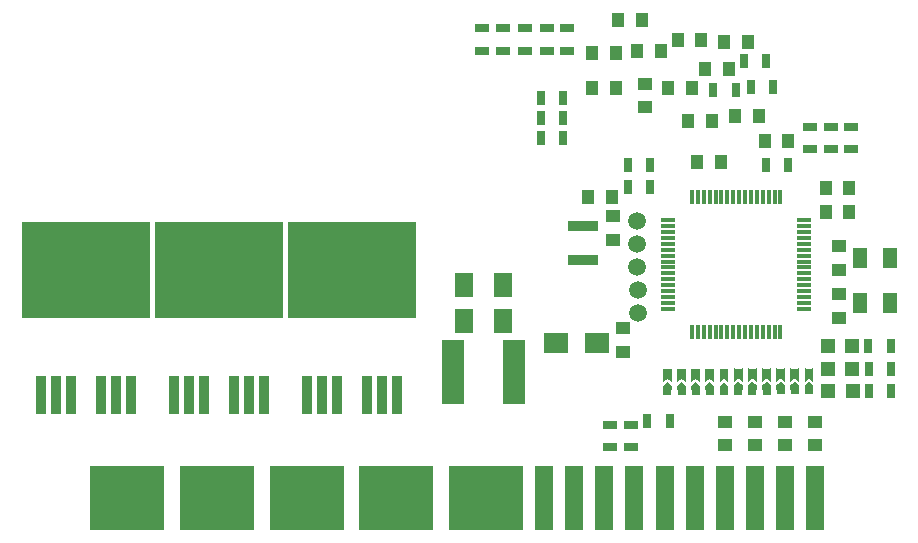
<source format=gts>
G04 #@! TF.FileFunction,Soldermask,Top*
%FSLAX46Y46*%
G04 Gerber Fmt 4.6, Leading zero omitted, Abs format (unit mm)*
G04 Created by KiCad (PCBNEW 4.0.4-stable) date 05/10/17 13:17:29*
%MOMM*%
%LPD*%
G01*
G04 APERTURE LIST*
%ADD10C,0.150000*%
%ADD11R,1.000000X1.250000*%
%ADD12R,1.300480X0.300000*%
%ADD13R,0.300000X1.300480*%
%ADD14R,1.524000X2.032000*%
%ADD15R,1.250000X1.000000*%
%ADD16R,1.849120X5.499100*%
%ADD17R,1.198880X1.198880*%
%ADD18R,2.100580X1.699260*%
%ADD19R,10.800080X8.150860*%
%ADD20R,0.899160X3.200400*%
%ADD21R,0.700000X1.300000*%
%ADD22R,1.300000X0.700000*%
%ADD23R,1.198880X1.800860*%
%ADD24C,1.500000*%
%ADD25R,2.500000X0.900000*%
%ADD26R,0.750000X0.800000*%
%ADD27R,6.360000X5.500000*%
%ADD28R,1.650000X5.500000*%
G04 APERTURE END LIST*
D10*
D11*
X117535200Y-105892600D03*
X115535200Y-105892600D03*
D12*
X131267200Y-128816100D03*
X131267200Y-128315720D03*
X131267200Y-127815340D03*
X131267200Y-127314960D03*
X131267200Y-126814580D03*
X131267200Y-130314700D03*
X131267200Y-129816860D03*
X131267200Y-129316480D03*
D13*
X129265680Y-120815100D03*
X128767840Y-120815100D03*
X128267460Y-120815100D03*
X127767080Y-120815100D03*
X127266700Y-120815100D03*
X126766320Y-120815100D03*
X126265940Y-120815100D03*
X125765560Y-120815100D03*
D12*
X119766080Y-122816620D03*
X119766080Y-123314460D03*
X119766080Y-123814840D03*
X119766080Y-124315220D03*
X119766080Y-124815600D03*
X119766080Y-125315980D03*
X119766080Y-125816360D03*
X119766080Y-126316740D03*
D13*
X121767600Y-132316220D03*
X122265440Y-132316220D03*
X122765820Y-132316220D03*
X123266200Y-132316220D03*
X123766580Y-132316220D03*
X124266960Y-132316220D03*
X124767340Y-132316220D03*
X125267720Y-132316220D03*
D12*
X131267200Y-126316740D03*
X131267200Y-125816360D03*
X131267200Y-125315980D03*
D13*
X125267720Y-120815100D03*
X124767340Y-120815100D03*
X124266960Y-120815100D03*
D12*
X119766080Y-126814580D03*
X119766080Y-127314960D03*
X119766080Y-127815340D03*
D13*
X125765560Y-132316220D03*
X126265940Y-132316220D03*
X126766320Y-132316220D03*
D12*
X131267200Y-124815600D03*
X131267200Y-124315220D03*
X131267200Y-123814840D03*
X131267200Y-123314460D03*
X131267200Y-122816620D03*
D13*
X123766580Y-120815100D03*
X123266200Y-120815100D03*
X122765820Y-120815100D03*
X122265440Y-120815100D03*
X121767600Y-120815100D03*
D12*
X119766080Y-128315720D03*
X119766080Y-128816100D03*
X119766080Y-129316480D03*
X119766080Y-129816860D03*
X119766080Y-130314700D03*
D13*
X127266700Y-132316220D03*
X127767080Y-132316220D03*
X128267460Y-132316220D03*
X128767840Y-132316220D03*
X129265680Y-132316220D03*
D14*
X105740200Y-131343400D03*
X102438200Y-131343400D03*
D11*
X112969800Y-120853200D03*
X114969800Y-120853200D03*
D15*
X132181600Y-139868400D03*
X132181600Y-141868400D03*
X129641600Y-139893800D03*
X129641600Y-141893800D03*
X127101600Y-139868400D03*
X127101600Y-141868400D03*
X124561600Y-139868400D03*
X124561600Y-141868400D03*
D14*
X105740200Y-128320800D03*
X102438200Y-128320800D03*
D15*
X115062000Y-124485400D03*
X115062000Y-122485400D03*
X134239000Y-129073400D03*
X134239000Y-131073400D03*
D11*
X122240800Y-117932200D03*
X124240800Y-117932200D03*
D15*
X115976400Y-133985000D03*
X115976400Y-131985000D03*
X117779800Y-111245900D03*
X117779800Y-113245900D03*
D11*
X121777000Y-111633000D03*
X119777000Y-111633000D03*
X113325400Y-111607600D03*
X115325400Y-111607600D03*
X121453400Y-114427000D03*
X123453400Y-114427000D03*
X124485400Y-107746800D03*
X126485400Y-107746800D03*
X120564400Y-107569000D03*
X122564400Y-107569000D03*
X117160800Y-108458000D03*
X119160800Y-108458000D03*
X135086600Y-122148600D03*
X133086600Y-122148600D03*
X135096000Y-120091200D03*
X133096000Y-120091200D03*
X115338100Y-108648500D03*
X113338100Y-108648500D03*
D16*
X106690160Y-135636000D03*
X101539040Y-135636000D03*
D15*
X134239000Y-127018800D03*
X134239000Y-125018800D03*
D11*
X129939800Y-116128800D03*
X127939800Y-116128800D03*
X124875800Y-110058200D03*
X122875800Y-110058200D03*
D17*
X135364220Y-135394700D03*
X133266180Y-135394700D03*
X135364220Y-133464300D03*
X133266180Y-133464300D03*
X135389620Y-137299700D03*
X133291580Y-137299700D03*
D18*
X113695480Y-133197600D03*
X110236000Y-133197600D03*
D19*
X70440000Y-127000000D03*
D20*
X66630000Y-137601960D03*
X67900000Y-137601960D03*
X69170000Y-137601960D03*
X71710000Y-137601960D03*
X72980000Y-137601960D03*
X74250000Y-137601960D03*
D19*
X81750000Y-127000000D03*
D20*
X77940000Y-137601960D03*
X79210000Y-137601960D03*
X80480000Y-137601960D03*
X83020000Y-137601960D03*
X84290000Y-137601960D03*
X85560000Y-137601960D03*
D19*
X93000000Y-127000000D03*
D20*
X89190000Y-137601960D03*
X90460000Y-137601960D03*
X91730000Y-137601960D03*
X94270000Y-137601960D03*
X95540000Y-137601960D03*
X96810000Y-137601960D03*
D21*
X129921000Y-118135400D03*
X128021000Y-118135400D03*
X116347200Y-118135400D03*
X118247200Y-118135400D03*
X116347200Y-120040400D03*
X118247200Y-120040400D03*
X125460800Y-111760000D03*
X123560800Y-111760000D03*
X136743400Y-137299700D03*
X138643400Y-137299700D03*
D22*
X135280400Y-114924800D03*
X135280400Y-116824800D03*
D21*
X126748500Y-111506000D03*
X128648500Y-111506000D03*
X108968500Y-115900200D03*
X110868500Y-115900200D03*
D22*
X103962200Y-108480900D03*
X103962200Y-106580900D03*
X131800600Y-114909600D03*
X131800600Y-116809600D03*
D21*
X108993900Y-112483900D03*
X110893900Y-112483900D03*
D22*
X105778300Y-108480900D03*
X105778300Y-106580900D03*
D21*
X136743400Y-135394700D03*
X138643400Y-135394700D03*
X136718000Y-133464300D03*
X138618000Y-133464300D03*
X108981200Y-114185700D03*
X110881200Y-114185700D03*
D22*
X107645200Y-108480900D03*
X107645200Y-106580900D03*
X109461300Y-108468200D03*
X109461300Y-106568200D03*
X111188500Y-108480900D03*
X111188500Y-106580900D03*
X116586000Y-140162200D03*
X116586000Y-142062200D03*
X114808000Y-140162200D03*
X114808000Y-142062200D03*
D21*
X117972800Y-139801600D03*
X119872800Y-139801600D03*
D23*
X136011920Y-129814320D03*
X138511280Y-129814320D03*
X138511280Y-126014480D03*
X136011920Y-126014480D03*
D24*
X117144800Y-122910600D03*
X117195600Y-130657600D03*
X117170200Y-128727200D03*
X117144800Y-126796800D03*
X117144800Y-124815600D03*
D21*
X126141400Y-109321600D03*
X128041400Y-109321600D03*
D22*
X133527800Y-114924800D03*
X133527800Y-116824800D03*
D25*
X112522000Y-126214800D03*
X112522000Y-123314800D03*
D26*
X122107960Y-137275000D03*
X122107960Y-135775000D03*
D10*
G36*
X121732960Y-135391200D02*
X122482960Y-135941200D01*
X122482960Y-135991200D01*
X121732960Y-136541200D01*
X121732960Y-135391200D01*
X121732960Y-135391200D01*
G37*
G36*
X122482960Y-136541200D02*
X121732960Y-135991200D01*
X121732960Y-135941200D01*
X122482960Y-135391200D01*
X122482960Y-136541200D01*
X122482960Y-136541200D01*
G37*
G36*
X122107920Y-136533000D02*
X122483920Y-136833000D01*
X122483920Y-137233000D01*
X122107920Y-137533000D01*
X122107920Y-136533000D01*
X122107920Y-136533000D01*
G37*
G36*
X122108000Y-137533000D02*
X121732000Y-137233000D01*
X121732000Y-136833000D01*
X122108000Y-136533000D01*
X122108000Y-137533000D01*
X122108000Y-137533000D01*
G37*
D26*
X131683760Y-137224200D03*
X131683760Y-135724200D03*
D10*
G36*
X131308760Y-135340400D02*
X132058760Y-135890400D01*
X132058760Y-135940400D01*
X131308760Y-136490400D01*
X131308760Y-135340400D01*
X131308760Y-135340400D01*
G37*
G36*
X132058760Y-136490400D02*
X131308760Y-135940400D01*
X131308760Y-135890400D01*
X132058760Y-135340400D01*
X132058760Y-136490400D01*
X132058760Y-136490400D01*
G37*
G36*
X131683720Y-136482200D02*
X132059720Y-136782200D01*
X132059720Y-137182200D01*
X131683720Y-137482200D01*
X131683720Y-136482200D01*
X131683720Y-136482200D01*
G37*
G36*
X131683800Y-137482200D02*
X131307800Y-137182200D01*
X131307800Y-136782200D01*
X131683800Y-136482200D01*
X131683800Y-137482200D01*
X131683800Y-137482200D01*
G37*
D26*
X119694960Y-137275000D03*
X119694960Y-135775000D03*
D10*
G36*
X119319960Y-135391200D02*
X120069960Y-135941200D01*
X120069960Y-135991200D01*
X119319960Y-136541200D01*
X119319960Y-135391200D01*
X119319960Y-135391200D01*
G37*
G36*
X120069960Y-136541200D02*
X119319960Y-135991200D01*
X119319960Y-135941200D01*
X120069960Y-135391200D01*
X120069960Y-136541200D01*
X120069960Y-136541200D01*
G37*
G36*
X119694920Y-136533000D02*
X120070920Y-136833000D01*
X120070920Y-137233000D01*
X119694920Y-137533000D01*
X119694920Y-136533000D01*
X119694920Y-136533000D01*
G37*
G36*
X119695000Y-137533000D02*
X119319000Y-137233000D01*
X119319000Y-136833000D01*
X119695000Y-136533000D01*
X119695000Y-137533000D01*
X119695000Y-137533000D01*
G37*
D26*
X129296160Y-137224200D03*
X129296160Y-135724200D03*
D10*
G36*
X128921160Y-135340400D02*
X129671160Y-135890400D01*
X129671160Y-135940400D01*
X128921160Y-136490400D01*
X128921160Y-135340400D01*
X128921160Y-135340400D01*
G37*
G36*
X129671160Y-136490400D02*
X128921160Y-135940400D01*
X128921160Y-135890400D01*
X129671160Y-135340400D01*
X129671160Y-136490400D01*
X129671160Y-136490400D01*
G37*
G36*
X129296120Y-136482200D02*
X129672120Y-136782200D01*
X129672120Y-137182200D01*
X129296120Y-137482200D01*
X129296120Y-136482200D01*
X129296120Y-136482200D01*
G37*
G36*
X129296200Y-137482200D02*
X128920200Y-137182200D01*
X128920200Y-136782200D01*
X129296200Y-136482200D01*
X129296200Y-137482200D01*
X129296200Y-137482200D01*
G37*
D26*
X120904000Y-137275000D03*
X120904000Y-135775000D03*
D10*
G36*
X120529000Y-135391200D02*
X121279000Y-135941200D01*
X121279000Y-135991200D01*
X120529000Y-136541200D01*
X120529000Y-135391200D01*
X120529000Y-135391200D01*
G37*
G36*
X121279000Y-136541200D02*
X120529000Y-135991200D01*
X120529000Y-135941200D01*
X121279000Y-135391200D01*
X121279000Y-136541200D01*
X121279000Y-136541200D01*
G37*
G36*
X120903960Y-136533000D02*
X121279960Y-136833000D01*
X121279960Y-137233000D01*
X120903960Y-137533000D01*
X120903960Y-136533000D01*
X120903960Y-136533000D01*
G37*
G36*
X120904040Y-137533000D02*
X120528040Y-137233000D01*
X120528040Y-136833000D01*
X120904040Y-136533000D01*
X120904040Y-137533000D01*
X120904040Y-137533000D01*
G37*
D26*
X130489960Y-137224200D03*
X130489960Y-135724200D03*
D10*
G36*
X130114960Y-135340400D02*
X130864960Y-135890400D01*
X130864960Y-135940400D01*
X130114960Y-136490400D01*
X130114960Y-135340400D01*
X130114960Y-135340400D01*
G37*
G36*
X130864960Y-136490400D02*
X130114960Y-135940400D01*
X130114960Y-135890400D01*
X130864960Y-135340400D01*
X130864960Y-136490400D01*
X130864960Y-136490400D01*
G37*
G36*
X130489920Y-136482200D02*
X130865920Y-136782200D01*
X130865920Y-137182200D01*
X130489920Y-137482200D01*
X130489920Y-136482200D01*
X130489920Y-136482200D01*
G37*
G36*
X130490000Y-137482200D02*
X130114000Y-137182200D01*
X130114000Y-136782200D01*
X130490000Y-136482200D01*
X130490000Y-137482200D01*
X130490000Y-137482200D01*
G37*
D26*
X128092200Y-137249600D03*
X128092200Y-135749600D03*
D10*
G36*
X127717200Y-135365800D02*
X128467200Y-135915800D01*
X128467200Y-135965800D01*
X127717200Y-136515800D01*
X127717200Y-135365800D01*
X127717200Y-135365800D01*
G37*
G36*
X128467200Y-136515800D02*
X127717200Y-135965800D01*
X127717200Y-135915800D01*
X128467200Y-135365800D01*
X128467200Y-136515800D01*
X128467200Y-136515800D01*
G37*
G36*
X128092160Y-136507600D02*
X128468160Y-136807600D01*
X128468160Y-137207600D01*
X128092160Y-137507600D01*
X128092160Y-136507600D01*
X128092160Y-136507600D01*
G37*
G36*
X128092240Y-137507600D02*
X127716240Y-137207600D01*
X127716240Y-136807600D01*
X128092240Y-136507600D01*
X128092240Y-137507600D01*
X128092240Y-137507600D01*
G37*
D26*
X126888240Y-137249600D03*
X126888240Y-135749600D03*
D10*
G36*
X126513240Y-135365800D02*
X127263240Y-135915800D01*
X127263240Y-135965800D01*
X126513240Y-136515800D01*
X126513240Y-135365800D01*
X126513240Y-135365800D01*
G37*
G36*
X127263240Y-136515800D02*
X126513240Y-135965800D01*
X126513240Y-135915800D01*
X127263240Y-135365800D01*
X127263240Y-136515800D01*
X127263240Y-136515800D01*
G37*
G36*
X126888200Y-136507600D02*
X127264200Y-136807600D01*
X127264200Y-137207600D01*
X126888200Y-137507600D01*
X126888200Y-136507600D01*
X126888200Y-136507600D01*
G37*
G36*
X126888280Y-137507600D02*
X126512280Y-137207600D01*
X126512280Y-136807600D01*
X126888280Y-136507600D01*
X126888280Y-137507600D01*
X126888280Y-137507600D01*
G37*
D26*
X125679200Y-137249600D03*
X125679200Y-135749600D03*
D10*
G36*
X125304200Y-135365800D02*
X126054200Y-135915800D01*
X126054200Y-135965800D01*
X125304200Y-136515800D01*
X125304200Y-135365800D01*
X125304200Y-135365800D01*
G37*
G36*
X126054200Y-136515800D02*
X125304200Y-135965800D01*
X125304200Y-135915800D01*
X126054200Y-135365800D01*
X126054200Y-136515800D01*
X126054200Y-136515800D01*
G37*
G36*
X125679160Y-136507600D02*
X126055160Y-136807600D01*
X126055160Y-137207600D01*
X125679160Y-137507600D01*
X125679160Y-136507600D01*
X125679160Y-136507600D01*
G37*
G36*
X125679240Y-137507600D02*
X125303240Y-137207600D01*
X125303240Y-136807600D01*
X125679240Y-136507600D01*
X125679240Y-137507600D01*
X125679240Y-137507600D01*
G37*
D26*
X124485400Y-137261600D03*
X124485400Y-135761600D03*
D10*
G36*
X124110400Y-135377800D02*
X124860400Y-135927800D01*
X124860400Y-135977800D01*
X124110400Y-136527800D01*
X124110400Y-135377800D01*
X124110400Y-135377800D01*
G37*
G36*
X124860400Y-136527800D02*
X124110400Y-135977800D01*
X124110400Y-135927800D01*
X124860400Y-135377800D01*
X124860400Y-136527800D01*
X124860400Y-136527800D01*
G37*
G36*
X124485360Y-136519600D02*
X124861360Y-136819600D01*
X124861360Y-137219600D01*
X124485360Y-137519600D01*
X124485360Y-136519600D01*
X124485360Y-136519600D01*
G37*
G36*
X124485440Y-137519600D02*
X124109440Y-137219600D01*
X124109440Y-136819600D01*
X124485440Y-136519600D01*
X124485440Y-137519600D01*
X124485440Y-137519600D01*
G37*
D26*
X123291600Y-137275000D03*
X123291600Y-135775000D03*
D10*
G36*
X122916600Y-135391200D02*
X123666600Y-135941200D01*
X123666600Y-135991200D01*
X122916600Y-136541200D01*
X122916600Y-135391200D01*
X122916600Y-135391200D01*
G37*
G36*
X123666600Y-136541200D02*
X122916600Y-135991200D01*
X122916600Y-135941200D01*
X123666600Y-135391200D01*
X123666600Y-136541200D01*
X123666600Y-136541200D01*
G37*
G36*
X123291560Y-136533000D02*
X123667560Y-136833000D01*
X123667560Y-137233000D01*
X123291560Y-137533000D01*
X123291560Y-136533000D01*
X123291560Y-136533000D01*
G37*
G36*
X123291640Y-137533000D02*
X122915640Y-137233000D01*
X122915640Y-136833000D01*
X123291640Y-136533000D01*
X123291640Y-137533000D01*
X123291640Y-137533000D01*
G37*
D11*
X125441200Y-113969800D03*
X127441200Y-113969800D03*
D27*
X104337500Y-146304000D03*
X96750000Y-146304000D03*
X89150000Y-146304000D03*
X81550000Y-146304000D03*
X73925000Y-146304000D03*
D28*
X109250000Y-146304000D03*
X111800000Y-146304000D03*
X114350000Y-146304000D03*
X116900000Y-146304000D03*
X119450000Y-146304000D03*
X122000000Y-146304000D03*
X124550000Y-146304000D03*
X127100000Y-146304000D03*
X129625000Y-146304000D03*
X132150000Y-146304000D03*
M02*

</source>
